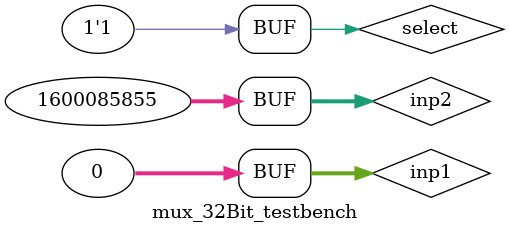
<source format=v>
module mux_32Bit_testbench();

	reg [31:0]inp1;
	reg [31:0]inp2;
	reg select;

	wire [31:0]out;

   mux_32Bit test(inp1,inp2,select,out);
 
 initial begin


 inp1=32'b01011111010111110101111101011111;
 inp2=32'b00000000000000000000000000000000;
 select=0;

 
 #1;
 
 inp1=32'b00000000000000000000000000000000;
 inp2=32'b01011111010111110101111101011111;

 select=1;



 end
 
 initial begin
 $monitor("inp1 =>%32b inp2=%32b, select=%1b, out=%32b ",inp1, inp2, select, out);
 end
 



endmodule
</source>
